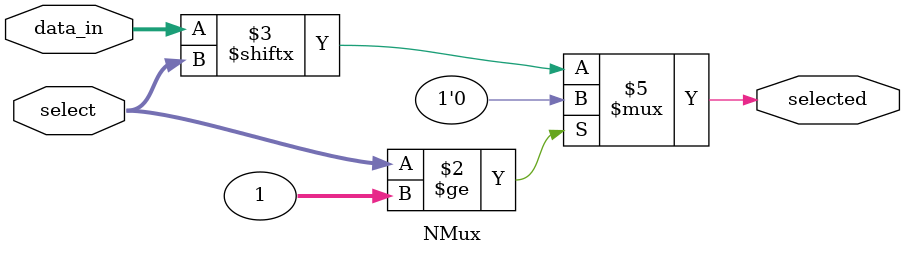
<source format=v>
`timescale 1ns / 1ps


module NMux#(parameter N=2)(
    input [N-1:0] data_in,
    input  [ 31:0] select,
    output reg selected
);
    localparam log2_n = $clog2(N);
    always @* begin
        if(select>=log2_n) begin
            selected <=0;
        end else begin
            selected <= data_in[select];
        end
    end
endmodule

</source>
